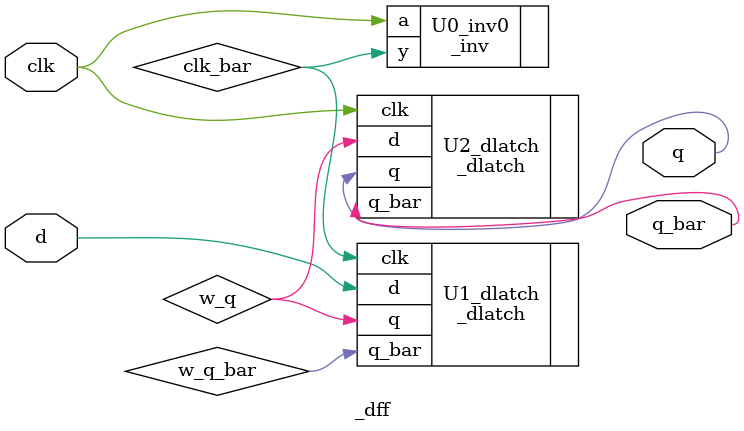
<source format=v>
module _dff(q, q_bar, clk, d);
	input clk,  d;		//clock, input d
	output q, q_bar;	//output
	wire clk_bar, w_q, w_q_bar;
	
	//instance
	_inv		U0_inv0(.y(clk_bar), .a(clk));	//get inverse of clk
	_dlatch	U1_dlatch(.q(w_q), .q_bar(w_q_bar), .clk(clk_bar), .d(d));
	_dlatch	U2_dlatch(.q(q), .q_bar(q_bar), .clk(clk), .d(w_q));
endmodule

</source>
